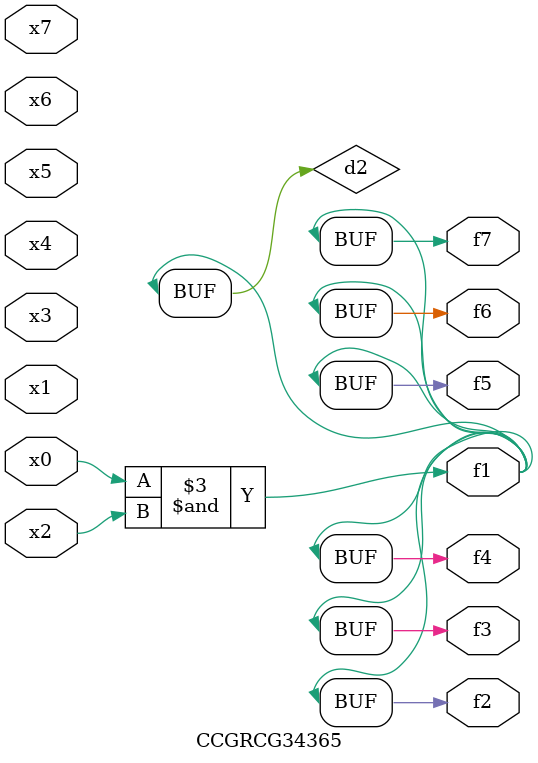
<source format=v>
module CCGRCG34365(
	input x0, x1, x2, x3, x4, x5, x6, x7,
	output f1, f2, f3, f4, f5, f6, f7
);

	wire d1, d2;

	nor (d1, x3, x6);
	and (d2, x0, x2);
	assign f1 = d2;
	assign f2 = d2;
	assign f3 = d2;
	assign f4 = d2;
	assign f5 = d2;
	assign f6 = d2;
	assign f7 = d2;
endmodule

</source>
